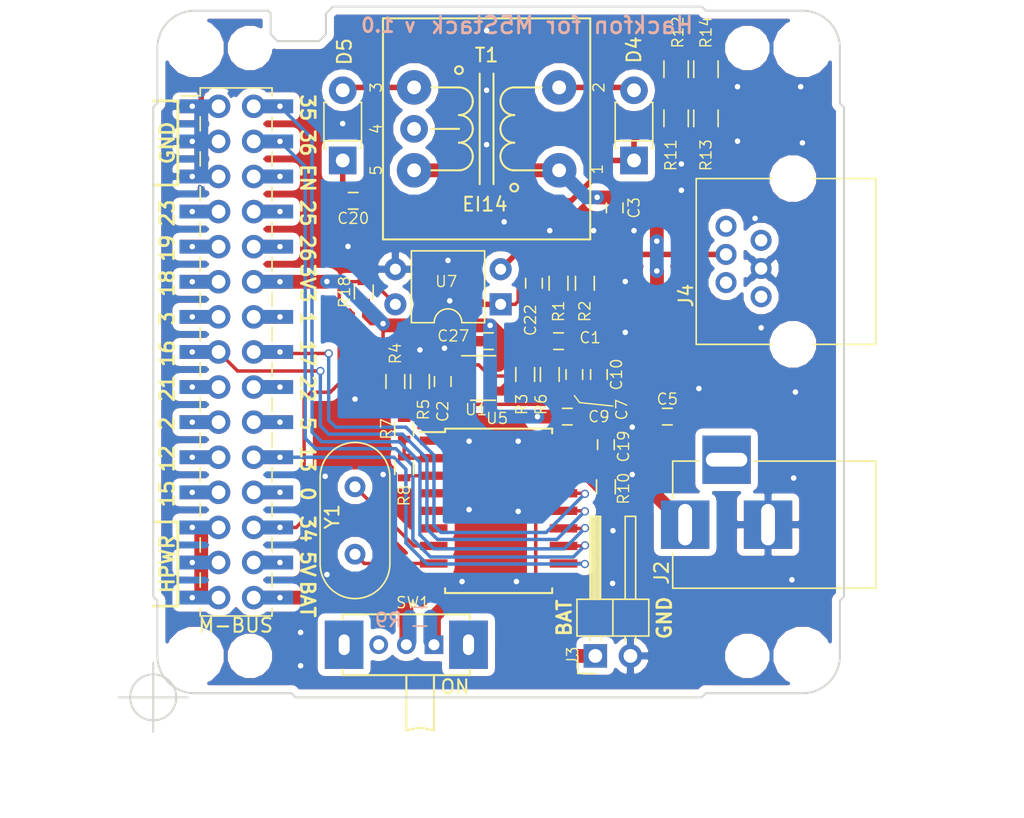
<source format=kicad_pcb>
(kicad_pcb (version 20171130) (host pcbnew "(5.0.2)-1")
  (title_block (title "USB Host Shield for M5Stack") (date 2018-09-06) (rev v1.2))
  (layers (0 F.Cu signal) (31 B.Cu signal) (34 B.Paste user) (35 F.Paste user) (36 B.SilkS user) (37 F.SilkS user) (38 B.Mask user) (39 F.Mask user) (44 Edge.Cuts user))
  (net 0 "")
  (net 1 GND)
  (net 2 "Net-(C7-Pad1)")
  (net 3 "Net-(J1-Pad8)")
  (net 4 "Net-(J1-Pad10)")
  (net 5 "Net-(J1-Pad13)")
  (net 6 "Net-(J1-Pad14)")
  (net 7 "Net-(J1-Pad17)")
  (net 8 "Net-(J1-Pad18)")
  (net 9 "Net-(J1-Pad19)")
  (net 10 "Net-(J1-Pad21)")
  (net 11 "Net-(J1-Pad23)")
  (net 12 "Net-(J1-Pad24)")
  (net 13 "Net-(J1-Pad25)")
  (net 14 "Net-(J1-Pad30)")
  (net 15 "Net-(J3-Pad1)")
  (net 16 "Net-(C1-Pad2)")
  (net 17 "Net-(C1-Pad1)")
  (net 18 "Net-(C2-Pad1)")
  (net 19 +15V)
  (net 20 "Net-(C10-Pad1)")
  (net 21 +3V3)
  (net 22 "Net-(C10-Pad2)")
  (net 23 "Net-(C19-Pad2)")
  (net 24 "Net-(C20-Pad1)")
  (net 25 "Net-(C20-Pad2)")
  (net 26 tone_det)
  (net 27 "Net-(D4-Pad2)")
  (net 28 "Net-(D5-Pad2)")
  (net 29 "Net-(J1-Pad11)")
  (net 30 "Net-(J1-Pad9)")
  (net 31 "Net-(J1-Pad7)")
  (net 32 G35)
  (net 33 G36)
  (net 34 "Net-(J1-Pad6)")
  (net 35 G16)
  (net 36 G17)
  (net 37 "Net-(J1-Pad20)")
  (net 38 G13)
  (net 39 fon_det)
  (net 40 "Net-(J1-Pad28)")
  (net 41 "Net-(J4-Pad3)")
  (net 42 "Net-(R7-Pad2)")
  (net 43 "Net-(R8-Pad2)")
  (net 44 "Net-(R10-Pad1)")
  (net 45 "Net-(R11-Pad1)")
  (net 46 "Net-(R13-Pad1)")
  (net 47 "Net-(U5-Pad8)")
  (net 48 "Net-(U5-Pad7)")
  (net 49 "Net-(U5-Pad1)")
  (module footprint:Crystal_HC49-U_Vertical (layer F.Cu) (at 118.605 117.76 270)
    (fp_text reference Y1 (at 2.159 1.651 270) (layer F.SilkS))
    (fp_text value 3.579545MHz)
    (pad 2 thru_hole circle (at 4.88 0 270) (size 1.5 1.5) (drill 0.8) (layers *.Cu *.Mask) (net 47 "Net-(U5-Pad8)"))
    (pad 1 thru_hole circle (at 0 0 270) (size 1.5 1.5) (drill 0.8) (layers *.Cu *.Mask) (net 48 "Net-(U5-Pad7)"))
  )
  (module Resistors_SMD:R_0603 (layer F.Cu) (at 122.161 116.363 270)
    (fp_text reference R8 (at 2.032 0 270) (layer F.SilkS) (effects (font (size 0.8 0.8) (thickness 0.1))))
    (fp_text value 100k)
    (pad 1 smd rect (at -0.75 0 270) (size 0.5 0.9) (layers F.Cu F.Paste F.Mask) (net 42 "Net-(R7-Pad2)"))
    (pad 2 smd rect (at 0.75 0 270) (size 0.5 0.9) (layers F.Cu F.Paste F.Mask) (net 43 "Net-(R8-Pad2)"))
  )
  (module TO_SOT_Packages_SMD:SOT-23-5 (layer F.Cu) (at 127.876 109.886)
    (fp_text reference U1 (at -0.508 2.286) (layer F.SilkS) (effects (font (size 0.8 0.8) (thickness 0.1))))
    (fp_text value OPA344)
    (pad 5 smd rect (at 1.1 -0.95) (size 1.06 0.65) (layers F.Cu F.Paste F.Mask) (net 21 +3V3))
    (pad 4 smd rect (at 1.1 0.95) (size 1.06 0.65) (layers F.Cu F.Paste F.Mask) (net 2 "Net-(C7-Pad1)"))
    (pad 3 smd rect (at -1.1 0.95) (size 1.06 0.65) (layers F.Cu F.Paste F.Mask) (net 18 "Net-(C2-Pad1)"))
    (pad 2 smd rect (at -1.1 0) (size 1.06 0.65) (layers F.Cu F.Paste F.Mask) (net 1 GND))
    (pad 1 smd rect (at -1.1 -0.95) (size 1.06 0.65) (layers F.Cu F.Paste F.Mask) (net 20 "Net-(C10-Pad1)"))
  )
  (module Capacitors_SMD:C_0603 (layer F.Cu) (at 124.955 110.14 90)
    (fp_text reference C2 (at -2.159 0 90) (layer F.SilkS) (effects (font (size 0.8 0.8) (thickness 0.1))))
    (fp_text value 1u)
    (pad 2 smd rect (at 0.75 0 90) (size 0.8 0.75) (layers F.Cu F.Paste F.Mask) (net 1 GND))
    (pad 1 smd rect (at -0.75 0 90) (size 0.8 0.75) (layers F.Cu F.Paste F.Mask) (net 18 "Net-(C2-Pad1)"))
  )
  (module Housings_DIP:DIP-4_W7.62mm (layer F.Cu) (at 129.146 104.552 180)
    (fp_text reference U7 (at 3.937 1.651 180) (layer F.SilkS) (effects (font (size 0.8 0.8) (thickness 0.1))))
    (fp_text value TLP621)
    (pad 1 thru_hole rect (at 0 0 180) (size 1.6 1.6) (drill 0.8) (layers *.Cu *.Mask) (net 25 "Net-(C20-Pad2)"))
    (pad 3 thru_hole oval (at 7.62 2.54 180) (size 1.6 1.6) (drill 0.8) (layers *.Cu *.Mask) (net 1 GND))
    (pad 2 thru_hole oval (at 0 2.54 180) (size 1.6 1.6) (drill 0.8) (layers *.Cu *.Mask) (net 41 "Net-(J4-Pad3)"))
    (pad 4 thru_hole oval (at 7.62 0 180) (size 1.6 1.6) (drill 0.8) (layers *.Cu *.Mask) (net 39 fon_det))
  )
  (module footprint:TRANS_EI14 (layer F.Cu) (at 128.13 91.852 90)
    (fp_text reference T1 (at 5.334 0 180) (layer F.SilkS))
    (fp_text value "EI14 (600ohm-600ohm)")
    (fp_text user 1 (at -2.921 8.001 270) (layer F.SilkS) (effects (font (size 0.8 0.8) (thickness 0.1))))
    (fp_text user 2 (at 3 8.128 90) (layer F.SilkS) (effects (font (size 0.8 0.8) (thickness 0.1))))
    (fp_text user 3 (at 3 -8.001 90) (layer F.SilkS) (effects (font (size 0.8 0.8) (thickness 0.1))))
    (fp_text user 4 (at 0 -8.001 90) (layer F.SilkS) (effects (font (size 0.8 0.8) (thickness 0.1))))
    (fp_text user EI14 (at -5.461 -0.127 180) (layer F.SilkS))
    (fp_text user 5 (at -3 -8.001 90) (layer F.SilkS) (effects (font (size 0.8 0.8) (thickness 0.1))))
    (pad 4 thru_hole circle (at 0 -5.25 90) (size 2 2) (drill 1) (layers *.Cu *.Mask))
    (pad 5 thru_hole circle (at -3 -5.25 90) (size 2.49936 2.49936) (drill 1) (layers *.Cu *.Mask) (net 19 +15V))
    (pad 3 thru_hole circle (at 3 -5.25 90) (size 2.49936 2.49936) (drill 1) (layers *.Cu *.Mask) (net 28 "Net-(D5-Pad2)"))
    (pad 2 thru_hole circle (at 3 5.25 90) (size 2.49936 2.49936) (drill 1) (layers *.Cu *.Mask) (net 27 "Net-(D4-Pad2)"))
    (pad 1 thru_hole circle (at -3 5.25 90) (size 2.49936 2.49936) (drill 1) (layers *.Cu *.Mask) (net 19 +15V))
  )
  (module footprint:RJ11_7002-6P6C-X (layer F.Cu) (at 148 104 90)
    (fp_text reference J4 (at 0.083 -5.44 90) (layer F.SilkS))
    (fp_text value RJ11_7002-6P6C-X)
    (pad "" np_thru_hole circle (at -3.45 2.3 90) (size 2.36 2.36) (drill 2.36) (layers *.Cu *.Mask))
    (pad "" np_thru_hole circle (at 8.55 2.3 90) (size 2.36 2.36) (drill 2.36) (layers *.Cu *.Mask))
    (pad 2 thru_hole circle (at 4.08 0 90) (size 1.52 1.52) (drill 0.9) (layers *.Cu *.Mask))
    (pad 4 thru_hole circle (at 2.04 0 90) (size 1.52 1.52) (drill 0.9) (layers *.Cu *.Mask) (net 1 GND))
    (pad 6 thru_hole circle (at 0 0 90) (size 1.52 1.52) (drill 0.9) (layers *.Cu *.Mask))
    (pad 1 thru_hole circle (at 5.1 -2.54 90) (size 1.52 1.52) (drill 0.9) (layers *.Cu *.Mask))
    (pad 5 thru_hole circle (at 1.02 -2.54 90) (size 1.52 1.52) (drill 0.9) (layers *.Cu *.Mask))
    (pad 3 thru_hole circle (at 3.06 -2.54 90) (size 1.52 1.52) (drill 0.9) (layers *.Cu *.Mask) (net 41 "Net-(J4-Pad3)"))
  )
  (module footprint:BARREL_JACK (layer F.Cu) (at 142.5 120.5 180)
    (fp_text reference J2 (at 1.702 -3.483 90) (layer F.SilkS))
    (fp_text value BARREL_JACK)
    (pad 3 thru_hole rect (at -3 4.7 180) (size 3.5 3.5) (drill oval 3 1) (layers *.Cu *.Mask))
    (pad 2 thru_hole rect (at -6 0 180) (size 3.5 3.5) (drill oval 1 3) (layers *.Cu *.Mask) (net 1 GND))
    (pad 1 thru_hole rect (at 0 0 180) (size 3.5 3.5) (drill oval 1 3) (layers *.Cu *.Mask) (net 19 +15V))
  )
  (module footprint:Pin_Header_MBUS_SMD_TH (layer F.Cu) (at 110 108)
    (fp_text reference J1 hide)
    (fp_text value M-BUS)
    (pad 30 thru_hole circle (at 1.27 17.78) (size 1.7 1.7) (drill 1) (layers *.Cu *.Mask) (net 14 "Net-(J1-Pad30)"))
    (pad 29 thru_hole circle (at -1.27 17.78) (size 1.7 1.7) (drill 1) (layers *.Cu *.Mask) (net 13 "Net-(J1-Pad25)"))
    (pad 28 thru_hole circle (at 1.27 15.24) (size 1.7 1.7) (drill 1) (layers *.Cu *.Mask) (net 40 "Net-(J1-Pad28)"))
    (pad 27 thru_hole circle (at -1.27 15.24) (size 1.7 1.7) (drill 1) (layers *.Cu *.Mask) (net 13 "Net-(J1-Pad25)"))
    (pad 26 thru_hole circle (at 1.27 12.7) (size 1.7 1.7) (drill 1) (layers *.Cu *.Mask) (net 39 fon_det))
    (pad 25 thru_hole circle (at -1.27 12.7) (size 1.7 1.7) (drill 1) (layers *.Cu *.Mask) (net 13 "Net-(J1-Pad25)"))
    (pad 24 thru_hole circle (at 1.27 10.16) (size 1.7 1.7) (drill 1) (layers *.Cu *.Mask) (net 12 "Net-(J1-Pad24)"))
    (pad 23 thru_hole circle (at -1.27 10.16) (size 1.7 1.7) (drill 1) (layers *.Cu *.Mask) (net 11 "Net-(J1-Pad23)"))
    (pad 22 thru_hole circle (at 1.27 7.62) (size 1.7 1.7) (drill 1) (layers *.Cu *.Mask) (net 38 G13))
    (pad 21 thru_hole circle (at -1.27 7.62) (size 1.7 1.7) (drill 1) (layers *.Cu *.Mask) (net 10 "Net-(J1-Pad21)"))
    (pad 20 thru_hole circle (at 1.27 5.08) (size 1.7 1.7) (drill 1) (layers *.Cu *.Mask) (net 37 "Net-(J1-Pad20)"))
    (pad 19 thru_hole circle (at -1.27 5.08) (size 1.7 1.7) (drill 1) (layers *.Cu *.Mask) (net 9 "Net-(J1-Pad19)"))
    (pad 18 thru_hole circle (at 1.27 2.54) (size 1.7 1.7) (drill 1) (layers *.Cu *.Mask) (net 8 "Net-(J1-Pad18)"))
    (pad 17 thru_hole circle (at -1.27 2.54) (size 1.7 1.7) (drill 1) (layers *.Cu *.Mask) (net 7 "Net-(J1-Pad17)"))
    (pad 16 thru_hole circle (at 1.27 0) (size 1.7 1.7) (drill 1) (layers *.Cu *.Mask) (net 36 G17))
    (pad 15 thru_hole circle (at -1.27 0) (size 1.7 1.7) (drill 1) (layers *.Cu *.Mask) (net 35 G16))
    (pad 14 thru_hole circle (at 1.27 -2.54) (size 1.7 1.7) (drill 1) (layers *.Cu *.Mask) (net 6 "Net-(J1-Pad14)"))
    (pad 13 thru_hole circle (at -1.27 -2.54) (size 1.7 1.7) (drill 1) (layers *.Cu *.Mask) (net 5 "Net-(J1-Pad13)"))
    (pad 12 thru_hole circle (at 1.27 -5.08) (size 1.7 1.7) (drill 1) (layers *.Cu *.Mask) (net 21 +3V3))
    (pad 11 thru_hole circle (at -1.27 -5.08) (size 1.7 1.7) (drill 1) (layers *.Cu *.Mask) (net 29 "Net-(J1-Pad11)"))
    (pad 10 thru_hole circle (at 1.27 -7.62) (size 1.7 1.7) (drill 1) (layers *.Cu *.Mask) (net 4 "Net-(J1-Pad10)"))
    (pad 9 thru_hole circle (at -1.27 -7.62) (size 1.7 1.7) (drill 1) (layers *.Cu *.Mask) (net 30 "Net-(J1-Pad9)"))
    (pad 8 thru_hole circle (at 1.27 -10.16) (size 1.7 1.7) (drill 1) (layers *.Cu *.Mask) (net 3 "Net-(J1-Pad8)"))
    (pad 7 thru_hole circle (at -1.27 -10.16) (size 1.7 1.7) (drill 1) (layers *.Cu *.Mask) (net 31 "Net-(J1-Pad7)"))
    (pad 6 thru_hole circle (at 1.27 -12.7) (size 1.7 1.7) (drill 1) (layers *.Cu *.Mask) (net 34 "Net-(J1-Pad6)"))
    (pad 5 thru_hole circle (at -1.27 -12.7) (size 1.7 1.7) (drill 1) (layers *.Cu *.Mask) (net 1 GND))
    (pad 4 thru_hole circle (at 1.27 -15.24) (size 1.7 1.7) (drill 1) (layers *.Cu *.Mask) (net 33 G36))
    (pad 3 thru_hole circle (at -1.27 -15.24) (size 1.7 1.7) (drill 1) (layers *.Cu *.Mask) (net 1 GND))
    (pad 2 thru_hole circle (at 1.27 -17.78) (size 1.7 1.7) (drill 1) (layers *.Cu *.Mask) (net 32 G35))
    (pad 1 thru_hole circle (at -1.27 -17.78) (size 1.7 1.7) (drill 1) (layers *.Cu *.Mask) (net 1 GND))
    (pad "" np_thru_hole circle (at 0 -16.51) (size 1 1) (drill 1) (layers *.Cu *.Mask))
    (pad 30 thru_hole circle (at 3.175 17.78) (size 0.8 0.8) (drill 0.4) (layers *.Cu *.Mask) (net 14 "Net-(J1-Pad30)"))
    (pad 28 thru_hole circle (at 3.175 15.24) (size 0.8 0.8) (drill 0.4) (layers *.Cu *.Mask) (net 40 "Net-(J1-Pad28)"))
    (pad 26 thru_hole circle (at 3.175 12.7) (size 0.8 0.8) (drill 0.4) (layers *.Cu *.Mask) (net 39 fon_det))
    (pad 24 thru_hole circle (at 3.175 10.16) (size 0.8 0.8) (drill 0.4) (layers *.Cu *.Mask) (net 12 "Net-(J1-Pad24)"))
    (pad 22 thru_hole circle (at 3.175 7.62) (size 0.8 0.8) (drill 0.4) (layers *.Cu *.Mask) (net 38 G13))
    (pad 20 thru_hole circle (at 3.175 5.08) (size 0.8 0.8) (drill 0.4) (layers *.Cu *.Mask) (net 37 "Net-(J1-Pad20)"))
    (pad 18 thru_hole circle (at 3.175 2.54) (size 0.8 0.8) (drill 0.4) (layers *.Cu *.Mask) (net 8 "Net-(J1-Pad18)"))
    (pad 16 thru_hole circle (at 3.175 0) (size 0.8 0.8) (drill 0.4) (layers *.Cu *.Mask) (net 36 G17))
    (pad 14 thru_hole circle (at 3.175 -2.54) (size 0.8 0.8) (drill 0.4) (layers *.Cu *.Mask) (net 6 "Net-(J1-Pad14)"))
    (pad 12 thru_hole circle (at 3.175 -5.08) (size 0.8 0.8) (drill 0.4) (layers *.Cu *.Mask) (net 21 +3V3))
    (pad 10 thru_hole circle (at 3.175 -7.62) (size 0.8 0.8) (drill 0.4) (layers *.Cu *.Mask) (net 4 "Net-(J1-Pad10)"))
    (pad 8 thru_hole circle (at 3.175 -10.16) (size 0.8 0.8) (drill 0.4) (layers *.Cu *.Mask) (net 3 "Net-(J1-Pad8)"))
    (pad 6 thru_hole circle (at 3.175 -12.7) (size 0.8 0.8) (drill 0.4) (layers *.Cu *.Mask) (net 34 "Net-(J1-Pad6)"))
    (pad 4 thru_hole circle (at 3.175 -15.24) (size 0.8 0.8) (drill 0.4) (layers *.Cu *.Mask) (net 33 G36))
    (pad 2 thru_hole circle (at 3.175 -17.78) (size 0.8 0.8) (drill 0.4) (layers *.Cu *.Mask) (net 32 G35))
    (pad 29 thru_hole circle (at -3.175 17.78) (size 0.8 0.8) (drill 0.4) (layers *.Cu *.Mask) (net 13 "Net-(J1-Pad25)"))
    (pad 27 thru_hole circle (at -3.175 15.24) (size 0.8 0.8) (drill 0.4) (layers *.Cu *.Mask) (net 13 "Net-(J1-Pad25)"))
    (pad 25 thru_hole circle (at -3.175 12.7) (size 0.8 0.8) (drill 0.4) (layers *.Cu *.Mask) (net 13 "Net-(J1-Pad25)"))
    (pad 23 thru_hole circle (at -3.175 10.16) (size 0.8 0.8) (drill 0.4) (layers *.Cu *.Mask) (net 11 "Net-(J1-Pad23)"))
    (pad 21 thru_hole circle (at -3.175 7.62) (size 0.8 0.8) (drill 0.4) (layers *.Cu *.Mask) (net 10 "Net-(J1-Pad21)"))
    (pad 19 thru_hole circle (at -3.175 5.08) (size 0.8 0.8) (drill 0.4) (layers *.Cu *.Mask) (net 9 "Net-(J1-Pad19)"))
    (pad 17 thru_hole circle (at -3.175 2.54) (size 0.8 0.8) (drill 0.4) (layers *.Cu *.Mask) (net 7 "Net-(J1-Pad17)"))
    (pad 15 thru_hole circle (at -3.175 0) (size 0.8 0.8) (drill 0.4) (layers *.Cu *.Mask) (net 35 G16))
    (pad 13 thru_hole circle (at -3.175 -2.54) (size 0.8 0.8) (drill 0.4) (layers *.Cu *.Mask) (net 5 "Net-(J1-Pad13)"))
    (pad 11 thru_hole circle (at -3.175 -5.08) (size 0.8 0.8) (drill 0.4) (layers *.Cu *.Mask) (net 29 "Net-(J1-Pad11)"))
    (pad 9 thru_hole circle (at -3.175 -7.62) (size 0.8 0.8) (drill 0.4) (layers *.Cu *.Mask) (net 30 "Net-(J1-Pad9)"))
    (pad 7 thru_hole circle (at -3.175 -10.16) (size 0.8 0.8) (drill 0.4) (layers *.Cu *.Mask) (net 31 "Net-(J1-Pad7)"))
    (pad 5 thru_hole circle (at -3.175 -12.7) (size 0.8 0.8) (drill 0.4) (layers *.Cu *.Mask) (net 1 GND))
    (pad 3 thru_hole circle (at -3.175 -15.24) (size 0.8 0.8) (drill 0.4) (layers *.Cu *.Mask) (net 1 GND))
    (pad 30 smd rect (at 2.555 17.78) (size 3.15 1) (layers B.Cu B.Paste B.Mask) (net 14 "Net-(J1-Pad30)"))
    (pad 29 smd rect (at -2.525 17.78) (size 3.15 1) (layers B.Cu B.Paste B.Mask) (net 13 "Net-(J1-Pad25)"))
    (pad 28 smd rect (at 2.555 15.24) (size 3.15 1) (layers B.Cu B.Paste B.Mask) (net 40 "Net-(J1-Pad28)"))
    (pad 27 smd rect (at -2.525 15.24) (size 3.15 1) (layers B.Cu B.Paste B.Mask) (net 13 "Net-(J1-Pad25)"))
    (pad 26 smd rect (at 2.555 12.7) (size 3.15 1) (layers B.Cu B.Paste B.Mask) (net 39 fon_det))
    (pad 25 smd rect (at -2.525 12.7) (size 3.15 1) (layers B.Cu B.Paste B.Mask) (net 13 "Net-(J1-Pad25)"))
    (pad 24 smd rect (at 2.555 10.16) (size 3.15 1) (layers B.Cu B.Paste B.Mask) (net 12 "Net-(J1-Pad24)"))
    (pad 23 smd rect (at -2.525 10.16) (size 3.15 1) (layers B.Cu B.Paste B.Mask) (net 11 "Net-(J1-Pad23)"))
    (pad 22 smd rect (at 2.555 7.62) (size 3.15 1) (layers B.Cu B.Paste B.Mask) (net 38 G13))
    (pad 21 smd rect (at -2.525 7.62) (size 3.15 1) (layers B.Cu B.Paste B.Mask) (net 10 "Net-(J1-Pad21)"))
    (pad 20 smd rect (at 2.555 5.08) (size 3.15 1) (layers B.Cu B.Paste B.Mask) (net 37 "Net-(J1-Pad20)"))
    (pad 19 smd rect (at -2.525 5.08) (size 3.15 1) (layers B.Cu B.Paste B.Mask) (net 9 "Net-(J1-Pad19)"))
    (pad 18 smd rect (at 2.555 2.54) (size 3.15 1) (layers B.Cu B.Paste B.Mask) (net 8 "Net-(J1-Pad18)"))
    (pad 17 smd rect (at -2.525 2.54) (size 3.15 1) (layers B.Cu B.Paste B.Mask) (net 7 "Net-(J1-Pad17)"))
    (pad 16 smd rect (at 2.555 0) (size 3.15 1) (layers B.Cu B.Paste B.Mask) (net 36 G17))
    (pad 15 smd rect (at -2.525 0) (size 3.15 1) (layers B.Cu B.Paste B.Mask) (net 35 G16))
    (pad 14 smd rect (at 2.555 -2.54) (size 3.15 1) (layers B.Cu B.Paste B.Mask) (net 6 "Net-(J1-Pad14)"))
    (pad 13 smd rect (at -2.525 -2.54) (size 3.15 1) (layers B.Cu B.Paste B.Mask) (net 5 "Net-(J1-Pad13)"))
    (pad 12 smd rect (at 2.555 -5.08) (size 3.15 1) (layers B.Cu B.Paste B.Mask) (net 21 +3V3))
    (pad 11 smd rect (at -2.525 -5.08) (size 3.15 1) (layers B.Cu B.Paste B.Mask) (net 29 "Net-(J1-Pad11)"))
    (pad 10 smd rect (at 2.555 -7.62) (size 3.15 1) (layers B.Cu B.Paste B.Mask) (net 4 "Net-(J1-Pad10)"))
    (pad 9 smd rect (at -2.525 -7.62) (size 3.15 1) (layers B.Cu B.Paste B.Mask) (net 30 "Net-(J1-Pad9)"))
    (pad 8 smd rect (at 2.555 -10.16) (size 3.15 1) (layers B.Cu B.Paste B.Mask) (net 3 "Net-(J1-Pad8)"))
    (pad 7 smd rect (at -2.525 -10.16) (size 3.15 1) (layers B.Cu B.Paste B.Mask) (net 31 "Net-(J1-Pad7)"))
    (pad 6 smd rect (at 2.555 -12.7) (size 3.15 1) (layers B.Cu B.Paste B.Mask) (net 34 "Net-(J1-Pad6)"))
    (pad 5 smd rect (at -2.525 -12.7) (size 3.15 1) (layers B.Cu B.Paste B.Mask) (net 1 GND))
    (pad 4 smd rect (at 2.555 -15.24) (size 3.15 1) (layers B.Cu B.Paste B.Mask) (net 33 G36))
    (pad 3 smd rect (at -2.525 -15.24) (size 3.15 1) (layers B.Cu B.Paste B.Mask) (net 1 GND))
    (pad 2 smd rect (at 2.555 -17.78) (size 3.15 1) (layers B.Cu B.Paste B.Mask) (net 32 G35))
    (pad 30 smd rect (at 2.525 17.78) (size 3.15 1) (layers F.Cu F.Paste F.Mask) (net 14 "Net-(J1-Pad30)"))
    (pad 29 smd rect (at -2.525 17.78) (size 3.15 1) (layers F.Cu F.Paste F.Mask) (net 13 "Net-(J1-Pad25)"))
    (pad 28 smd rect (at 2.525 15.24) (size 3.15 1) (layers F.Cu F.Paste F.Mask) (net 40 "Net-(J1-Pad28)"))
    (pad 27 smd rect (at -2.525 15.24) (size 3.15 1) (layers F.Cu F.Paste F.Mask) (net 13 "Net-(J1-Pad25)"))
    (pad 26 smd rect (at 2.525 12.7) (size 3.15 1) (layers F.Cu F.Paste F.Mask) (net 39 fon_det))
    (pad 25 smd rect (at -2.525 12.7) (size 3.15 1) (layers F.Cu F.Paste F.Mask) (net 13 "Net-(J1-Pad25)"))
    (pad 24 smd rect (at 2.525 10.16) (size 3.15 1) (layers F.Cu F.Paste F.Mask) (net 12 "Net-(J1-Pad24)"))
    (pad 23 smd rect (at -2.525 10.16) (size 3.15 1) (layers F.Cu F.Paste F.Mask) (net 11 "Net-(J1-Pad23)"))
    (pad 22 smd rect (at 2.525 7.62) (size 3.15 1) (layers F.Cu F.Paste F.Mask) (net 38 G13))
    (pad 21 smd rect (at -2.525 7.62) (size 3.15 1) (layers F.Cu F.Paste F.Mask) (net 10 "Net-(J1-Pad21)"))
    (pad 20 smd rect (at 2.525 5.08) (size 3.15 1) (layers F.Cu F.Paste F.Mask) (net 37 "Net-(J1-Pad20)"))
    (pad 19 smd rect (at -2.525 5.08) (size 3.15 1) (layers F.Cu F.Paste F.Mask) (net 9 "Net-(J1-Pad19)"))
    (pad 18 smd rect (at 2.525 2.54) (size 3.15 1) (layers F.Cu F.Paste F.Mask) (net 8 "Net-(J1-Pad18)"))
    (pad 17 smd rect (at -2.525 2.54) (size 3.15 1) (layers F.Cu F.Paste F.Mask) (net 7 "Net-(J1-Pad17)"))
    (pad 16 smd rect (at 2.525 0) (size 3.15 1) (layers F.Cu F.Paste F.Mask) (net 36 G17))
    (pad 15 smd rect (at -2.525 0) (size 3.15 1) (layers F.Cu F.Paste F.Mask) (net 35 G16))
    (pad 14 smd rect (at 2.525 -2.54) (size 3.15 1) (layers F.Cu F.Paste F.Mask) (net 6 "Net-(J1-Pad14)"))
    (pad 13 smd rect (at -2.525 -2.54) (size 3.15 1) (layers F.Cu F.Paste F.Mask) (net 5 "Net-(J1-Pad13)"))
    (pad 12 smd rect (at 2.525 -5.08) (size 3.15 1) (layers F.Cu F.Paste F.Mask) (net 21 +3V3))
    (pad 10 smd rect (at 2.525 -7.62) (size 3.15 1) (layers F.Cu F.Paste F.Mask) (net 4 "Net-(J1-Pad10)"))
    (pad 8 smd rect (at 2.525 -10.16) (size 3.15 1) (layers F.Cu F.Paste F.Mask) (net 3 "Net-(J1-Pad8)"))
    (pad 6 smd rect (at 2.525 -12.7) (size 3.15 1) (layers F.Cu F.Paste F.Mask) (net 34 "Net-(J1-Pad6)"))
    (pad 4 smd rect (at 2.525 -15.24) (size 3.15 1) (layers F.Cu F.Paste F.Mask) (net 33 G36))
    (pad 2 smd rect (at 2.525 -17.78) (size 3.15 1) (layers F.Cu F.Paste F.Mask) (net 32 G35))
    (pad 1 thru_hole circle (at -3.175 -17.78) (size 0.8 0.8) (drill 0.4) (layers *.Cu *.Mask) (net 1 GND))
    (pad 3 smd rect (at -2.525 -15.24) (size 3.15 1) (layers F.Cu F.Paste F.Mask) (net 1 GND))
    (pad 5 smd rect (at -2.525 -12.7) (size 3.15 1) (layers F.Cu F.Paste F.Mask) (net 1 GND))
    (pad 7 smd rect (at -2.525 -10.16) (size 3.15 1) (layers F.Cu F.Paste F.Mask) (net 31 "Net-(J1-Pad7)"))
    (pad 9 smd rect (at -2.525 -7.62) (size 3.15 1) (layers F.Cu F.Paste F.Mask) (net 30 "Net-(J1-Pad9)"))
    (pad 11 smd rect (at -2.525 -5.08) (size 3.15 1) (layers F.Cu F.Paste F.Mask) (net 29 "Net-(J1-Pad11)"))
    (pad 1 smd rect (at -2.525 -17.78) (size 3.15 1) (layers F.Cu F.Paste F.Mask) (net 1 GND))
    (pad 1 smd rect (at -2.525 -17.78) (size 3.15 1) (layers B.Cu B.Paste B.Mask) (net 1 GND))
    (pad "" np_thru_hole circle (at 0 -13.97) (size 0.8 0.8) (drill 0.8) (layers *.Cu *.Mask))
    (pad "" np_thru_hole circle (at 0 16.51) (size 1 1) (drill 1) (layers *.Cu *.Mask))
    (pad "" np_thru_hole circle (at 0 13.97) (size 0.8 0.8) (drill 0.8) (layers *.Cu *.Mask))
  )
  (module footprint:slide_switch_angled (layer F.Cu) (at 124.32 129.19 270)
    (fp_text reference SW1 (at -3.048 1.524) (layer F.SilkS) (effects (font (size 0.8 0.8) (thickness 0.1))))
    (fp_text value SK-12D01-VG4)
    (pad GND thru_hole rect (at 0 -2.5) (size 2.8 3.5) (drill oval 0.8 1.5) (layers *.Cu *.Mask))
    (pad 3 thru_hole oval (at 0 4 270) (size 1.35 1.35) (drill 0.8) (layers *.Cu *.Mask))
    (pad 2 thru_hole oval (at 0 2 270) (size 1.35 1.35) (drill 0.8) (layers *.Cu *.Mask) (net 14 "Net-(J1-Pad30)"))
    (pad 1 thru_hole rect (at 0 0 270) (size 1.35 1.35) (drill 0.8) (layers *.Cu *.Mask) (net 15 "Net-(J3-Pad1)"))
    (pad GND thru_hole rect (at 0 6.5) (size 2.8 3.5) (drill oval 0.8 1.5) (layers *.Cu *.Mask))
  )
  (module Resistors_SMD:R_0603 (layer F.Cu) (at 121.526 110.14 270)
    (fp_text reference R4 (at -2.032 0 270) (layer F.SilkS) (effects (font (size 0.8 0.8) (thickness 0.1))))
    (fp_text value 10k)
    (pad 1 smd rect (at -0.75 0 270) (size 0.5 0.9) (layers F.Cu F.Paste F.Mask) (net 21 +3V3))
    (pad 2 smd rect (at 0.75 0 270) (size 0.5 0.9) (layers F.Cu F.Paste F.Mask) (net 18 "Net-(C2-Pad1)"))
  )
  (module Mounting_Holes:MountingHole_3.2mm_M3 (layer F.Cu) (at 151 86)
    (fp_text reference MK3 hide)
    (fp_text value Mounting_Hole)
    (pad 1 np_thru_hole circle (at 0 0) (size 3.2 3.2) (drill 3.2) (layers *.Cu *.Mask))
  )
  (module Mounting_Holes:MountingHole_3.2mm_M3 (layer F.Cu) (at 107 130)
    (fp_text reference MK1 hide)
    (fp_text value Mounting_Hole)
    (pad 1 np_thru_hole circle (at 0 0) (size 3.2 3.2) (drill 3.2) (layers *.Cu *.Mask))
  )
  (module Capacitors_SMD:C_0603 (layer F.Cu) (at 133.337 107.219 180)
    (fp_text reference C1 (at -2.286 0.254 180) (layer F.SilkS) (effects (font (size 0.8 0.8) (thickness 0.1))))
    (fp_text value 4.7u)
    (pad 2 smd rect (at 0.75 0 180) (size 0.8 0.75) (layers F.Cu F.Paste F.Mask) (net 16 "Net-(C1-Pad2)"))
    (pad 1 smd rect (at -0.75 0 180) (size 0.8 0.75) (layers F.Cu F.Paste F.Mask) (net 17 "Net-(C1-Pad1)"))
  )
  (module Capacitors_SMD:C_0603 (layer F.Cu) (at 134.48 109.632 90)
    (fp_text reference C7 (at -2.54 3.429 90) (layer F.SilkS) (effects (font (size 0.8 0.8) (thickness 0.1))))
    (fp_text value 12p)
    (pad 1 smd rect (at -0.75 0 90) (size 0.8 0.75) (layers F.Cu F.Paste F.Mask) (net 2 "Net-(C7-Pad1)"))
    (pad 2 smd rect (at 0.75 0 90) (size 0.8 0.75) (layers F.Cu F.Paste F.Mask) (net 20 "Net-(C10-Pad1)"))
  )
  (module Mounting_Holes:MountingHole_3.2mm_M3 (layer F.Cu) (at 107 86)
    (fp_text reference MK2 hide)
    (fp_text value Mounting_Hole)
    (pad 1 np_thru_hole circle (at 0 0) (size 3.2 3.2) (drill 3.2) (layers *.Cu *.Mask))
  )
  (module Mounting_Holes:MountingHole_3.2mm_M3 (layer F.Cu) (at 151 130)
    (fp_text reference MK4 hide)
    (fp_text value Mounting_Hole)
    (pad 1 np_thru_hole circle (at 0 0) (size 3.2 3.2) (drill 3.2) (layers *.Cu *.Mask))
  )
  (module Mounting_Holes:MountingHole_2.2mm_M2 (layer F.Cu) (at 111 130)
    (fp_text reference MK5 hide)
    (fp_text value Mounting_Hole)
    (pad 1 np_thru_hole circle (at 0 0) (size 2.2 2.2) (drill 2.2) (layers *.Cu *.Mask))
  )
  (module Mounting_Holes:MountingHole_2.2mm_M2 (layer F.Cu) (at 111 86)
    (fp_text reference MK6 hide)
    (fp_text value Mounting_Hole)
    (pad 1 np_thru_hole circle (at 0 0) (size 2.2 2.2) (drill 2.2) (layers *.Cu *.Mask))
  )
  (module Mounting_Holes:MountingHole_2.2mm_M2 (layer F.Cu) (at 147 86)
    (fp_text reference MK7 hide)
    (fp_text value Mounting_Hole)
    (pad 1 np_thru_hole circle (at 0 0) (size 2.2 2.2) (drill 2.2) (layers *.Cu *.Mask))
  )
  (module Mounting_Holes:MountingHole_2.2mm_M2 (layer F.Cu) (at 147 130)
    (fp_text reference MK8 hide)
    (fp_text value Mounting_Hole)
    (pad 1 np_thru_hole circle (at 0 0) (size 2.2 2.2) (drill 2.2) (layers *.Cu *.Mask))
  )
  (module Resistors_SMD:R_0603 (layer F.Cu) (at 133.337 103.028 270)
    (fp_text reference R1 (at 2.032 0 270) (layer F.SilkS) (effects (font (size 0.8 0.8) (thickness 0.1))))
    (fp_text value 10k)
    (pad 1 smd rect (at -0.75 0 270) (size 0.5 0.9) (layers F.Cu F.Paste F.Mask) (net 26 tone_det))
    (pad 2 smd rect (at 0.75 0 270) (size 0.5 0.9) (layers F.Cu F.Paste F.Mask) (net 17 "Net-(C1-Pad1)"))
  )
  (module Resistors_SMD:R_0603 (layer F.Cu) (at 135.242 103.028 90)
    (fp_text reference R2 (at -2.032 0 90) (layer F.SilkS) (effects (font (size 0.8 0.8) (thickness 0.1))))
    (fp_text value 2.2k)
    (pad 1 smd rect (at -0.75 0 90) (size 0.5 0.9) (layers F.Cu F.Paste F.Mask) (net 21 +3V3))
    (pad 2 smd rect (at 0.75 0 90) (size 0.5 0.9) (layers F.Cu F.Paste F.Mask) (net 17 "Net-(C1-Pad1)"))
  )
  (module Resistors_SMD:R_0603 (layer F.Cu) (at 130.924 109.632 270)
    (fp_text reference R3 (at 2.159 0.254 270) (layer F.SilkS) (effects (font (size 0.8 0.8) (thickness 0.1))))
    (fp_text value 10k)
    (pad 1 smd rect (at -0.75 0 270) (size 0.5 0.9) (layers F.Cu F.Paste F.Mask) (net 16 "Net-(C1-Pad2)"))
    (pad 2 smd rect (at 0.75 0 270) (size 0.5 0.9) (layers F.Cu F.Paste F.Mask) (net 2 "Net-(C7-Pad1)"))
  )
  (module Pin_Headers:Pin_Header_Angled_1x02_Pitch2.54mm (layer F.Cu) (at 136 130 90)
    (fp_text reference J3 (at 0 -1.651 270) (layer F.SilkS) (effects (font (size 0.8 0.8) (thickness 0.1))))
    (fp_text value Battery)
    (pad 1 thru_hole rect (at 0 0 90) (size 1.7 1.7) (drill 1) (layers *.Cu *.Mask) (net 15 "Net-(J3-Pad1)"))
    (pad 2 thru_hole oval (at 0 2.54 90) (size 1.7 1.7) (drill 1) (layers *.Cu *.Mask) (net 1 GND))
  )
  (module Capacitors_SMD:C_0603 (layer F.Cu) (at 133.972 112.68)
    (fp_text reference C9 (at 2.286 0) (layer F.SilkS) (effects (font (size 0.8 0.8) (thickness 0.1))))
    (fp_text value 0.1u)
    (pad 2 smd rect (at 0.75 0) (size 0.8 0.75) (layers F.Cu F.Paste F.Mask) (net 1 GND))
    (pad 1 smd rect (at -0.75 0) (size 0.8 0.75) (layers F.Cu F.Paste F.Mask) (net 21 +3V3))
  )
  (module Capacitors_SMD:C_0603 (layer F.Cu) (at 136.258 109.632 270)
    (fp_text reference C10 (at 0 -1.27 270) (layer F.SilkS) (effects (font (size 0.8 0.8) (thickness 0.1))))
    (fp_text value 0.1u)
    (pad 2 smd rect (at 0.75 0 270) (size 0.8 0.75) (layers F.Cu F.Paste F.Mask) (net 22 "Net-(C10-Pad2)"))
    (pad 1 smd rect (at -0.75 0 270) (size 0.8 0.75) (layers F.Cu F.Paste F.Mask) (net 20 "Net-(C10-Pad1)"))
  )
  (module Capacitors_SMD:C_0603 (layer F.Cu) (at 136.766 114.712 270)
    (fp_text reference C19 (at 0.127 -1.27 270) (layer F.SilkS) (effects (font (size 0.8 0.8) (thickness 0.1))))
    (fp_text value 0.1u)
    (pad 1 smd rect (at -0.75 0 270) (size 0.8 0.75) (layers F.Cu F.Paste F.Mask) (net 21 +3V3))
    (pad 2 smd rect (at 0.75 0 270) (size 0.8 0.75) (layers F.Cu F.Paste F.Mask) (net 23 "Net-(C19-Pad2)"))
  )
  (module Capacitors_SMD:C_0603 (layer F.Cu) (at 128.257 107.219 180)
    (fp_text reference C27 (at 2.54 0.381 180) (layer F.SilkS) (effects (font (size 0.8 0.8) (thickness 0.1))))
    (fp_text value 0.1u)
    (pad 1 smd rect (at -0.75 0 180) (size 0.8 0.75) (layers F.Cu F.Paste F.Mask) (net 21 +3V3))
    (pad 2 smd rect (at 0.75 0 180) (size 0.8 0.75) (layers F.Cu F.Paste F.Mask) (net 1 GND))
  )
  (module Diodes_THT:D_T-1_P5.08mm_Horizontal (layer F.Cu) (at 138.798 94.138 90)
    (fp_text reference D4 (at 8.001 0 90) (layer F.SilkS))
    (fp_text value E-153)
    (pad 1 thru_hole rect (at 0 0 90) (size 2 2) (drill 1) (layers *.Cu *.Mask) (net 24 "Net-(C20-Pad1)"))
    (pad 2 thru_hole oval (at 5.08 0 90) (size 2 2) (drill 1) (layers *.Cu *.Mask) (net 27 "Net-(D4-Pad2)"))
  )
  (module Diodes_THT:D_T-1_P5.08mm_Horizontal (layer F.Cu) (at 117.716 94.138 90)
    (fp_text reference D5 (at 7.874 0.127 90) (layer F.SilkS))
    (fp_text value E-153)
    (pad 2 thru_hole oval (at 5.08 0 90) (size 2 2) (drill 1) (layers *.Cu *.Mask) (net 28 "Net-(D5-Pad2)"))
    (pad 1 thru_hole rect (at 0 0 90) (size 2 2) (drill 1) (layers *.Cu *.Mask) (net 25 "Net-(C20-Pad2)"))
  )
  (module Resistors_SMD:R_0603 (layer F.Cu) (at 123.304 110.14 90)
    (fp_text reference R5 (at -2.032 0.254 90) (layer F.SilkS) (effects (font (size 0.8 0.8) (thickness 0.1))))
    (fp_text value 10k)
    (pad 2 smd rect (at 0.75 0 90) (size 0.5 0.9) (layers F.Cu F.Paste F.Mask) (net 1 GND))
    (pad 1 smd rect (at -0.75 0 90) (size 0.5 0.9) (layers F.Cu F.Paste F.Mask) (net 18 "Net-(C2-Pad1)"))
  )
  (module Resistors_SMD:R_0603 (layer F.Cu) (at 132.702 109.632 90)
    (fp_text reference R6 (at -2.159 -0.635 90) (layer F.SilkS) (effects (font (size 0.8 0.8) (thickness 0.1))))
    (fp_text value 330k)
    (pad 1 smd rect (at -0.75 0 90) (size 0.5 0.9) (layers F.Cu F.Paste F.Mask) (net 2 "Net-(C7-Pad1)"))
    (pad 2 smd rect (at 0.75 0 90) (size 0.5 0.9) (layers F.Cu F.Paste F.Mask) (net 20 "Net-(C10-Pad1)"))
  )
  (module Resistors_SMD:R_0603 (layer F.Cu) (at 122.161 113.569 270)
    (fp_text reference R7 (at 0 1.27 270) (layer F.SilkS) (effects (font (size 0.8 0.8) (thickness 0.1))))
    (fp_text value 100k)
    (pad 2 smd rect (at 0.75 0 270) (size 0.5 0.9) (layers F.Cu F.Paste F.Mask) (net 42 "Net-(R7-Pad2)"))
    (pad 1 smd rect (at -0.75 0 270) (size 0.5 0.9) (layers F.Cu F.Paste F.Mask) (net 22 "Net-(C10-Pad2)"))
  )
  (module Resistors_SMD:R_0603 (layer B.Cu) (at 123.304 127.158)
    (fp_text reference R9 (at -2.286 0.254) (layer B.SilkS) (effects (justify mirror)))
    (fp_text value 0)
    (pad 1 smd rect (at -0.75 0) (size 0.5 0.9) (layers B.Cu B.Paste B.Mask) (net 14 "Net-(J1-Pad30)"))
    (pad 2 smd rect (at 0.75 0) (size 0.5 0.9) (layers B.Cu B.Paste B.Mask) (net 15 "Net-(J3-Pad1)"))
  )
  (module Resistors_SMD:R_0603 (layer F.Cu) (at 136.766 117.76 90)
    (fp_text reference R10 (at -0.127 1.27 90) (layer F.SilkS) (effects (font (size 0.8 0.8) (thickness 0.1))))
    (fp_text value 300k)
    (pad 2 smd rect (at 0.75 0 90) (size 0.5 0.9) (layers F.Cu F.Paste F.Mask) (net 23 "Net-(C19-Pad2)"))
    (pad 1 smd rect (at -0.75 0 90) (size 0.5 0.9) (layers F.Cu F.Paste F.Mask) (net 44 "Net-(R10-Pad1)"))
  )
  (module Resistors_SMD:R_0603 (layer F.Cu) (at 119.24 103.663 270)
    (fp_text reference R18 (at 0 1.397 270) (layer F.SilkS) (effects (font (size 0.8 0.8) (thickness 0.1))))
    (fp_text value 10k)
    (pad 2 smd rect (at 0.75 0 270) (size 0.5 0.9) (layers F.Cu F.Paste F.Mask) (net 21 +3V3))
    (pad 1 smd rect (at -0.75 0 270) (size 0.5 0.9) (layers F.Cu F.Paste F.Mask) (net 39 fon_det))
  )
  (module Housings_SOIC:SOIC-18W_7.5x11.6mm_Pitch1.27mm (layer F.Cu) (at 129 119.5)
    (fp_text reference U5 (at -0.108 -6.693) (layer F.SilkS) (effects (font (size 0.8 0.8) (thickness 0.1))))
    (fp_text value MT8870DS1)
    (pad 18 smd rect (at 4.7 -5.08) (size 2 0.6) (layers F.Cu F.Paste F.Mask) (net 21 +3V3))
    (pad 17 smd rect (at 4.7 -3.81) (size 2 0.6) (layers F.Cu F.Paste F.Mask) (net 23 "Net-(C19-Pad2)"))
    (pad 16 smd rect (at 4.7 -2.54) (size 2 0.6) (layers F.Cu F.Paste F.Mask) (net 44 "Net-(R10-Pad1)"))
    (pad 15 smd rect (at 4.7 -1.27) (size 2 0.6) (layers F.Cu F.Paste F.Mask) (net 36 G17))
    (pad 14 smd rect (at 4.7 0) (size 2 0.6) (layers F.Cu F.Paste F.Mask) (net 35 G16))
    (pad 13 smd rect (at 4.7 1.27) (size 2 0.6) (layers F.Cu F.Paste F.Mask) (net 32 G35))
    (pad 12 smd rect (at 4.7 2.54) (size 2 0.6) (layers F.Cu F.Paste F.Mask) (net 33 G36))
    (pad 11 smd rect (at 4.7 3.81) (size 2 0.6) (layers F.Cu F.Paste F.Mask) (net 38 G13))
    (pad 10 smd rect (at 4.7 5.08) (size 2 0.6) (layers F.Cu F.Paste F.Mask) (net 21 +3V3))
    (pad 9 smd rect (at -4.7 5.08) (size 2 0.6) (layers F.Cu F.Paste F.Mask) (net 1 GND))
    (pad 8 smd rect (at -4.7 3.81) (size 2 0.6) (layers F.Cu F.Paste F.Mask) (net 47 "Net-(U5-Pad8)"))
    (pad 7 smd rect (at -4.7 2.54) (size 2 0.6) (layers F.Cu F.Paste F.Mask) (net 48 "Net-(U5-Pad7)"))
    (pad 6 smd rect (at -4.7 1.27) (size 2 0.6) (layers F.Cu F.Paste F.Mask))
    (pad 5 smd rect (at -4.7 0) (size 2 0.6) (layers F.Cu F.Paste F.Mask))
    (pad 4 smd rect (at -4.7 -1.27) (size 2 0.6) (layers F.Cu F.Paste F.Mask) (net 49 "Net-(U5-Pad1)"))
    (pad 3 smd rect (at -4.7 -2.54) (size 2 0.6) (layers F.Cu F.Paste F.Mask) (net 43 "Net-(R8-Pad2)"))
    (pad 2 smd rect (at -4.7 -3.81) (size 2 0.6) (layers F.Cu F.Paste F.Mask) (net 42 "Net-(R7-Pad2)"))
    (pad 1 smd rect (at -4.7 -5.08) (size 2 0.6) (layers F.Cu F.Paste F.Mask) (net 49 "Net-(U5-Pad1)"))
  )
  (module Capacitors_SMD:C_0603 (layer F.Cu) (at 137.401 97.567 270)
    (fp_text reference C3 (at 0 -1.397 270) (layer F.SilkS) (effects (font (size 0.8 0.8) (thickness 0.1))))
    (fp_text value "50V 10uF")
    (pad 1 smd rect (at -0.75 0 270) (size 0.8 0.75) (layers F.Cu F.Paste F.Mask) (net 19 +15V))
    (pad 2 smd rect (at 0.75 0 270) (size 0.8 0.75) (layers F.Cu F.Paste F.Mask) (net 1 GND))
  )
  (module Capacitors_SMD:C_0603 (layer F.Cu) (at 141.211 112.68)
    (fp_text reference C5 (at 0 -1.27) (layer F.SilkS) (effects (font (size 0.8 0.8) (thickness 0.1))))
    (fp_text value "50v 10uF")
    (pad 2 smd rect (at 0.75 0) (size 0.8 0.75) (layers F.Cu F.Paste F.Mask) (net 1 GND))
    (pad 1 smd rect (at -0.75 0) (size 0.8 0.75) (layers F.Cu F.Paste F.Mask) (net 19 +15V))
  )
  (module Capacitors_SMD:C_0603 (layer F.Cu) (at 118.478 97.059 180)
    (fp_text reference C20 (at 0 -1.27 180) (layer F.SilkS) (effects (font (size 0.8 0.8) (thickness 0.1))))
    (fp_text value "50V 1uF")
    (pad 1 smd rect (at -0.75 0 180) (size 0.8 0.75) (layers F.Cu F.Paste F.Mask) (net 24 "Net-(C20-Pad1)"))
    (pad 2 smd rect (at 0.75 0 180) (size 0.8 0.75) (layers F.Cu F.Paste F.Mask) (net 25 "Net-(C20-Pad2)"))
  )
  (module Capacitors_SMD:C_0603 (layer F.Cu) (at 131.559 103.028 270)
    (fp_text reference C22 (at 2.667 0.254 270) (layer F.SilkS) (effects (font (size 0.8 0.8) (thickness 0.1))))
    (fp_text value "50V 1uF")
    (pad 2 smd rect (at 0.75 0 270) (size 0.8 0.75) (layers F.Cu F.Paste F.Mask) (net 26 tone_det))
    (pad 1 smd rect (at -0.75 0 270) (size 0.8 0.75) (layers F.Cu F.Paste F.Mask) (net 25 "Net-(C20-Pad2)"))
  )
  (module Resistors_SMD:R_0805 (layer F.Cu) (at 141.846 91.09 270)
    (fp_text reference R11 (at 2.667 0.381 270) (layer F.SilkS) (effects (font (size 0.8 0.8) (thickness 0.1))))
    (fp_text value 1k/0.25w)
    (pad 2 smd rect (at 0.95 0 270) (size 0.7 1.3) (layers F.Cu F.Paste F.Mask) (net 24 "Net-(C20-Pad1)"))
    (pad 1 smd rect (at -0.95 0 270) (size 0.7 1.3) (layers F.Cu F.Paste F.Mask) (net 45 "Net-(R11-Pad1)"))
  )
  (module Resistors_SMD:R_0805 (layer F.Cu) (at 141.846 87.534 270)
    (fp_text reference R12 (at -2.667 -0.127 270) (layer F.SilkS) (effects (font (size 0.8 0.8) (thickness 0.1))))
    (fp_text value 1k/0.25w)
    (pad 1 smd rect (at -0.95 0 270) (size 0.7 1.3) (layers F.Cu F.Paste F.Mask) (net 1 GND))
    (pad 2 smd rect (at 0.95 0 270) (size 0.7 1.3) (layers F.Cu F.Paste F.Mask) (net 45 "Net-(R11-Pad1)"))
  )
  (module Resistors_SMD:R_0805 (layer F.Cu) (at 144.005 91.09 270)
    (fp_text reference R13 (at 2.667 0 270) (layer F.SilkS) (effects (font (size 0.8 0.8) (thickness 0.1))))
    (fp_text value 1k/0.25w)
    (pad 2 smd rect (at 0.95 0 270) (size 0.7 1.3) (layers F.Cu F.Paste F.Mask) (net 24 "Net-(C20-Pad1)"))
    (pad 1 smd rect (at -0.95 0 270) (size 0.7 1.3) (layers F.Cu F.Paste F.Mask) (net 46 "Net-(R13-Pad1)"))
  )
  (module Resistors_SMD:R_0805 (layer F.Cu) (at 144.005 87.534 270)
    (fp_text reference R14 (at -2.667 0 270) (layer F.SilkS) (effects (font (size 0.8 0.8) (thickness 0.1))))
    (fp_text value 1k/0.25w)
    (pad 1 smd rect (at -0.95 0 270) (size 0.7 1.3) (layers F.Cu F.Paste F.Mask) (net 1 GND))
    (pad 2 smd rect (at 0.95 0 270) (size 0.7 1.3) (layers F.Cu F.Paste F.Mask) (net 46 "Net-(R13-Pad1)"))
  )
  (gr_line (start 134.861 111.664) (end 134.48 111.156) (layer F.SilkS) (width 0.1))
  (gr_line (start 137.274 111.918) (end 134.861 111.664) (layer F.SilkS) (width 0.1))
  (gr_text "v 1.0" (at 121.018 84.359) (layer B.SilkS) (effects (font (size 1 1) (thickness 0.2)) (justify mirror)))
  (gr_line (start 154 116.5) (end 154 125.7) (angle 90) (layer Edge.Cuts) (width 0.15))
  (gr_line (start 143.7 133) (end 114.3 133) (angle 90) (layer Edge.Cuts) (width 0.15))
  (gr_line (start 144 132.7) (end 143.7 133) (angle 90) (layer Edge.Cuts) (width 0.15))
  (gr_line (start 151 132.7) (end 144 132.7) (angle 90) (layer Edge.Cuts) (width 0.15))
  (gr_line (start 153.7 126) (end 154 125.7) (angle 90) (layer Edge.Cuts) (width 0.15))
  (gr_line (start 153.7 130) (end 153.7 126) (angle 90) (layer Edge.Cuts) (width 0.15))
  (gr_arc (start 151 130) (end 153.7 130) (angle 90) (layer Edge.Cuts) (width 0.15))
  (gr_line (start 104 125.6) (end 104 90.3) (angle 90) (layer Edge.Cuts) (width 0.15))
  (gr_line (start 104.3 126) (end 104 125.7) (angle 90) (layer Edge.Cuts) (width 0.15))
  (gr_line (start 104.3 130) (end 104.3 126) (angle 90) (layer Edge.Cuts) (width 0.15))
  (gr_line (start 114 132.7) (end 114.3 133) (angle 90) (layer Edge.Cuts) (width 0.15))
  (gr_line (start 107 132.7) (end 114 132.7) (angle 90) (layer Edge.Cuts) (width 0.15))
  (gr_arc (start 107 130) (end 107 132.7) (angle 90) (layer Edge.Cuts) (width 0.15))
  (gr_line (start 104.3 90) (end 104 90.3) (angle 90) (layer Edge.Cuts) (width 0.15))
  (gr_line (start 104.3 86) (end 104.3 90) (angle 90) (layer Edge.Cuts) (width 0.15))
  (gr_line (start 112.3 83.3) (end 112.5 83.5) (angle 90) (layer Edge.Cuts) (width 0.15))
  (gr_line (start 107 83.3) (end 112.3 83.3) (angle 90) (layer Edge.Cuts) (width 0.15))
  (gr_arc (start 107 86) (end 104.3 86) (angle 90) (layer Edge.Cuts) (width 0.15))
  (gr_line (start 143.7 83) (end 117 83) (angle 90) (layer Edge.Cuts) (width 0.15))
  (gr_line (start 154 90.3) (end 154 99.5) (angle 90) (layer Edge.Cuts) (width 0.15))
  (gr_line (start 151 83.3) (end 144 83.3) (angle 90) (layer Edge.Cuts) (width 0.15))
  (gr_line (start 153.7 90) (end 154 90.3) (angle 90) (layer Edge.Cuts) (width 0.15))
  (gr_line (start 153.7 86) (end 153.7 90) (angle 90) (layer Edge.Cuts) (width 0.15))
  (gr_line (start 144 83.3) (end 143.7 83) (angle 90) (layer Edge.Cuts) (width 0.15))
  (gr_arc (start 151 86) (end 151 83.3) (angle 90) (layer Edge.Cuts) (width 0.15))
  (target plus (at 104 133) (size 5) (width 0.15) (layer Edge.Cuts))
  (gr_text ON (at 125.844 132.238) (layer F.SilkS) (effects (font (size 1 1))))
  (gr_line (start 154 99.5) (end 154 116.5) (angle 90) (layer Edge.Cuts) (width 0.15))
  (gr_text GND (at 141 127.25 90) (layer F.SilkS) (effects (font (size 1 1) (thickness 0.2))))
  (gr_text BAT (at 133.75 127.25 90) (layer F.SilkS) (effects (font (size 1 1) (thickness 0.2))))
  (gr_text M-BUS (at 109.969 127.793) (layer F.SilkS) (effects (font (size 1 1))))
  (gr_text "Hackfon for M5Stack" (at 133.591 84.359) (layer B.SilkS) (effects (font (size 1.2 1.2) (thickness 0.2)) (justify mirror)))
  (gr_text BAT (at 115.176 125.888 270) (layer F.SilkS) (effects (font (size 1 1) (thickness 0.2))))
  (gr_text 5V (at 115.176 123.348 270) (layer F.SilkS) (effects (font (size 1 1) (thickness 0.2))))
  (gr_text 34 (at 115.176 120.808 270) (layer F.SilkS) (effects (font (size 1 1) (thickness 0.2))))
  (gr_text 0 (at 115.176 118.268 270) (layer F.SilkS) (effects (font (size 1 1) (thickness 0.2))))
  (gr_text 13 (at 115.176 115.728 270) (layer F.SilkS) (effects (font (size 1 1) (thickness 0.2))))
  (gr_text 5 (at 115.176 113.188 270) (layer F.SilkS) (effects (font (size 1 1) (thickness 0.2))))
  (gr_text 22 (at 115.176 110.648 270) (layer F.SilkS) (effects (font (size 1 1) (thickness 0.2))))
  (gr_text 17 (at 115.176 108.108 270) (layer F.SilkS) (effects (font (size 1 1) (thickness 0.2))))
  (gr_text 1 (at 115.176 105.568 270) (layer F.SilkS) (effects (font (size 1 1) (thickness 0.2))))
  (gr_text 3V3 (at 115.176 103.028 270) (layer F.SilkS) (effects (font (size 1 1) (thickness 0.2))))
  (gr_text 26 (at 115.176 100.488 270) (layer F.SilkS) (effects (font (size 1 1) (thickness 0.2))))
  (gr_text 25 (at 115.176 97.948 270) (layer F.SilkS) (effects (font (size 1 1) (thickness 0.2))))
  (gr_text EN (at 115.176 95.408 270) (layer F.SilkS) (effects (font (size 1 1) (thickness 0.2))))
  (gr_text 36 (at 115.176 92.868 270) (layer F.SilkS) (effects (font (size 1 1) (thickness 0.2))))
  (gr_text 35 (at 115.176 90.328 270) (layer F.SilkS) (effects (font (size 1 1) (thickness 0.2))))
  (gr_line (start 105.778 126.396) (end 104 126.396) (angle 90) (layer F.SilkS) (width 0.2))
  (gr_line (start 105.778 120.3) (end 105.778 126.396) (angle 90) (layer F.SilkS) (width 0.2))
  (gr_line (start 104 120.3) (end 105.778 120.3) (angle 90) (layer F.SilkS) (width 0.2))
  (gr_line (start 105.778 89.82) (end 105.778 95.916) (angle 90) (layer F.SilkS) (width 0.2))
  (gr_line (start 105.778 95.916) (end 104 95.916) (angle 90) (layer F.SilkS) (width 0.2))
  (gr_line (start 104 89.82) (end 105.778 89.82) (angle 90) (layer F.SilkS) (width 0.2))
  (gr_text HPWR (at 105.016 123.348 90) (layer F.SilkS) (effects (font (size 1 1) (thickness 0.2))))
  (gr_text 15 (at 105.016 118.268 90) (layer F.SilkS) (effects (font (size 1 1) (thickness 0.2))))
  (gr_text 12 (at 105.016 115.728 90) (layer F.SilkS) (effects (font (size 1 1) (thickness 0.2))))
  (gr_text 2 (at 105.016 113.188 90) (layer F.SilkS) (effects (font (size 1 1) (thickness 0.2))))
  (gr_text 21 (at 105.016 110.648 90) (layer F.SilkS) (effects (font (size 1 1) (thickness 0.2))))
  (gr_text 16 (at 105.016 108.108 90) (layer F.SilkS) (effects (font (size 1 1) (thickness 0.2))))
  (gr_text 3 (at 105.016 105.568 90) (layer F.SilkS) (effects (font (size 1 1) (thickness 0.2))))
  (gr_text 18 (at 105.016 103.028 90) (layer F.SilkS) (effects (font (size 1 1) (thickness 0.2))))
  (gr_text 19 (at 105.016 100.488 90) (layer F.SilkS) (effects (font (size 1 1) (thickness 0.2))))
  (gr_text 23 (at 105.016 97.948 90) (layer F.SilkS) (effects (font (size 1 1) (thickness 0.2))))
  (gr_text GND (at 105.016 92.868 90) (layer F.SilkS) (effects (font (size 1 1) (thickness 0.2))))
  (gr_line (start 116 85.5) (end 116.5 85) (angle 90) (layer Edge.Cuts) (width 0.15))
  (gr_line (start 112.5 85) (end 113 85.5) (angle 90) (layer Edge.Cuts) (width 0.15))
  (gr_line (start 116.5 85) (end 116.5 83.5) (angle 90) (layer Edge.Cuts) (width 0.15))
  (gr_line (start 113 85.5) (end 116 85.5) (angle 90) (layer Edge.Cuts) (width 0.15))
  (gr_line (start 112.5 83.5) (end 112.5 85) (angle 90) (layer Edge.Cuts) (width 0.15))
  (gr_line (start 116.5 83.5) (end 117 83) (angle 90) (layer Edge.Cuts) (width 0.15))
  (segment (start 107.475 95.3) (end 109.353 95.3) (width 0.25) (layer B.Cu) (net 1))
  (segment (start 107.475 92.76) (end 107.475 95.3) (width 1) (layer B.Cu) (net 1))
  (segment (start 107.475 90.22) (end 107.475 92.76) (width 1) (layer B.Cu) (net 1))
  (segment (start 107.475 92.76) (end 107.475 95.3) (width 1) (layer F.Cu) (net 1))
  (segment (start 107.475 90.22) (end 107.475 92.76) (width 1) (layer F.Cu) (net 1))
  (segment (start 107.475 90.22) (end 107.78 90.22) (width 0.25) (layer F.Cu) (net 1))
  (segment (start 144.005 86.584) (end 141.846 86.584) (width 0.4) (layer F.Cu) (net 1))
  (segment (start 125.451 109.886) (end 126.776 109.886) (width 0.25) (layer F.Cu) (net 1))
  (segment (start 124.955 109.39) (end 125.451 109.886) (width 0.25) (layer F.Cu) (net 1))
  (segment (start 123.304 109.39) (end 124.955 109.39) (width 0.25) (layer F.Cu) (net 1))
  (via (at 128.13 92.995) (size 0.6) (drill 0.4) (layers F.Cu B.Cu) (net 1))
  (via (at 129.4 98.583) (size 0.6) (drill 0.4) (layers F.Cu B.Cu) (net 1))
  (via (at 128.13 89.058) (size 0.6) (drill 0.4) (layers F.Cu B.Cu) (net 1))
  (via (at 128.13 84.74) (size 0.6) (drill 0.4) (layers F.Cu B.Cu) (net 1))
  (via (at 117.716 91.471) (size 0.6) (drill 0.4) (layers F.Cu B.Cu) (net 1))
  (via (at 118.097 100.361) (size 0.6) (drill 0.4) (layers F.Cu B.Cu) (net 1))
  (via (at 125.336 101.377) (size 0.6) (drill 0.4) (layers F.Cu B.Cu) (net 1))
  (via (at 125.463 104.298) (size 0.6) (drill 0.4) (layers F.Cu B.Cu) (net 1))
  (via (at 123.304 107.854) (size 0.6) (drill 0.4) (layers F.Cu B.Cu) (net 1))
  (via (at 118.605 111.41) (size 0.6) (drill 0.4) (layers F.Cu B.Cu) (net 1))
  (via (at 116.446 116.998) (size 0.6) (drill 0.4) (layers F.Cu B.Cu) (net 1))
  (via (at 120.637 116.871) (size 0.6) (drill 0.4) (layers F.Cu B.Cu) (net 1))
  (via (at 116.573 124.11) (size 0.6) (drill 0.4) (layers F.Cu B.Cu) (net 1))
  (via (at 130.416 119.538) (size 0.6) (drill 0.4) (layers F.Cu B.Cu) (net 1))
  (via (at 126.86 119.411) (size 0.6) (drill 0.4) (layers F.Cu B.Cu) (net 1))
  (via (at 114.668 128.301) (size 0.6) (drill 0.4) (layers F.Cu B.Cu) (net 1))
  (via (at 114.668 130.714) (size 0.6) (drill 0.4) (layers F.Cu B.Cu) (net 1))
  (via (at 126.86 114.458) (size 0.6) (drill 0.4) (layers F.Cu B.Cu) (net 1))
  (via (at 130.416 114.458) (size 0.6) (drill 0.4) (layers F.Cu B.Cu) (net 1))
  (via (at 137.274 120.935) (size 0.6) (drill 0.4) (layers F.Cu B.Cu) (net 1))
  (via (at 137.25 124.75) (size 0.6) (drill 0.4) (layers F.Cu B.Cu) (net 1))
  (via (at 150.228 124.491) (size 0.6) (drill 0.4) (layers F.Cu B.Cu) (net 1))
  (via (at 150.355 117.125) (size 0.6) (drill 0.4) (layers F.Cu B.Cu) (net 1))
  (via (at 150.482 110.902) (size 0.6) (drill 0.4) (layers F.Cu B.Cu) (net 1))
  (via (at 143.497 110.648) (size 0.6) (drill 0.4) (layers F.Cu B.Cu) (net 1))
  (via (at 138.163 102.901) (size 0.6) (drill 0.4) (layers F.Cu B.Cu) (net 1))
  (via (at 138.163 106.584) (size 0.6) (drill 0.4) (layers F.Cu B.Cu) (net 1))
  (via (at 138.671 113.442) (size 0.6) (drill 0.4) (layers F.Cu B.Cu) (net 1))
  (via (at 138.671 116.871) (size 0.6) (drill 0.4) (layers F.Cu B.Cu) (net 1))
  (via (at 150.99 92.868) (size 0.6) (drill 0.4) (layers F.Cu B.Cu) (net 1))
  (via (at 150.863 88.804) (size 0.6) (drill 0.4) (layers F.Cu B.Cu) (net 1))
  (via (at 146.291 88.804) (size 0.6) (drill 0.4) (layers F.Cu B.Cu) (net 1))
  (via (at 146.291 92.741) (size 0.6) (drill 0.4) (layers F.Cu B.Cu) (net 1))
  (via (at 142.227 94.392) (size 0.6) (drill 0.4) (layers F.Cu B.Cu) (net 1))
  (via (at 142.227 96.297) (size 0.6) (drill 0.4) (layers F.Cu B.Cu) (net 1))
  (via (at 147.561 98.329) (size 0.6) (drill 0.4) (layers F.Cu B.Cu) (net 1))
  (via (at 148 106.25) (size 0.6) (drill 0.4) (layers F.Cu B.Cu) (net 1))
  (via (at 126.352 124.618) (size 0.6) (drill 0.4) (layers F.Cu B.Cu) (net 1))
  (via (at 130.289 124.618) (size 0.6) (drill 0.4) (layers F.Cu B.Cu) (net 1))
  (via (at 125.082 107.727) (size 0.6) (drill 0.4) (layers F.Cu B.Cu) (net 1))
  (via (at 135.877 99.218) (size 0.6) (drill 0.4) (layers F.Cu B.Cu) (net 1))
  (via (at 138.798 99.218) (size 0.6) (drill 0.4) (layers F.Cu B.Cu) (net 1))
  (via (at 132.702 99.218) (size 0.6) (drill 0.4) (layers F.Cu B.Cu) (net 1))
  (segment (start 112.702 88.169) (end 114.287 86.584) (width 0.4) (layer F.Cu) (net 1))
  (segment (start 107.475 89.32) (end 108.626 88.169) (width 0.4) (layer F.Cu) (net 1))
  (segment (start 141.846 86.584) (end 114.287 86.584) (width 0.4) (layer F.Cu) (net 1))
  (segment (start 108.626 88.169) (end 112.702 88.169) (width 0.4) (layer F.Cu) (net 1))
  (segment (start 107.475 90.22) (end 107.475 89.32) (width 0.4) (layer F.Cu) (net 1))
  (segment (start 132.702 110.382) (end 134.48 110.382) (width 0.25) (layer F.Cu) (net 2))
  (segment (start 130.924 110.382) (end 132.702 110.382) (width 0.25) (layer F.Cu) (net 2))
  (segment (start 129.43 110.382) (end 128.976 110.836) (width 0.25) (layer F.Cu) (net 2))
  (segment (start 130.924 110.382) (end 129.43 110.382) (width 0.25) (layer F.Cu) (net 2))
  (segment (start 107.475 123.24) (end 107.475 125.78) (width 1) (layer F.Cu) (net 13))
  (segment (start 107.475 120.7) (end 107.475 123.24) (width 1) (layer F.Cu) (net 13))
  (segment (start 112.532 125.773) (end 112.525 125.78) (width 1) (layer F.Cu) (net 14))
  (segment (start 122.554 128.956) (end 122.32 129.19) (width 1) (layer B.Cu) (net 14))
  (segment (start 122.554 127.158) (end 122.554 128.956) (width 1) (layer B.Cu) (net 14))
  (segment (start 122.32 126.682) (end 122.32 129.19) (width 1) (layer F.Cu) (net 14))
  (segment (start 113.175 125.78) (end 121.418 125.78) (width 1) (layer F.Cu) (net 14))
  (segment (start 121.418 125.78) (end 122.32 126.682) (width 1) (layer F.Cu) (net 14))
  (segment (start 124.054 128.924) (end 124.32 129.19) (width 1) (layer B.Cu) (net 15))
  (segment (start 124.054 127.158) (end 124.054 128.924) (width 1) (layer B.Cu) (net 15))
  (segment (start 131 130) (end 136 130) (width 1) (layer F.Cu) (net 15))
  (segment (start 124.32 127.158) (end 125.082 126.396) (width 1) (layer F.Cu) (net 15))
  (segment (start 124.32 129.19) (end 124.32 127.158) (width 1) (layer F.Cu) (net 15))
  (segment (start 125.082 126.396) (end 129.146 126.396) (width 1) (layer F.Cu) (net 15))
  (segment (start 129.146 126.396) (end 129.908 127.158) (width 1) (layer F.Cu) (net 15))
  (segment (start 129.908 127.158) (end 129.908 128.908) (width 1) (layer F.Cu) (net 15))
  (segment (start 129.908 128.908) (end 131 130) (width 1) (layer F.Cu) (net 15))
  (segment (start 130.924 108.382) (end 130.924 108.882) (width 0.25) (layer F.Cu) (net 16))
  (segment (start 130.924 108.232) (end 130.924 108.382) (width 0.25) (layer F.Cu) (net 16))
  (segment (start 131.937 107.219) (end 130.924 108.232) (width 0.25) (layer F.Cu) (net 16))
  (segment (start 132.587 107.219) (end 131.937 107.219) (width 0.25) (layer F.Cu) (net 16))
  (segment (start 135.042 102.278) (end 135.242 102.278) (width 0.25) (layer F.Cu) (net 17))
  (segment (start 133.542 103.778) (end 135.042 102.278) (width 0.25) (layer F.Cu) (net 17))
  (segment (start 133.337 103.778) (end 133.542 103.778) (width 0.25) (layer F.Cu) (net 17))
  (segment (start 134.087 106.594) (end 134.087 107.219) (width 0.25) (layer F.Cu) (net 17))
  (segment (start 135.997001 104.683999) (end 134.087 106.594) (width 0.25) (layer F.Cu) (net 17))
  (segment (start 135.997001 102.833001) (end 135.997001 104.683999) (width 0.25) (layer F.Cu) (net 17))
  (segment (start 135.442 102.278) (end 135.997001 102.833001) (width 0.25) (layer F.Cu) (net 17))
  (segment (start 135.242 102.278) (end 135.442 102.278) (width 0.25) (layer F.Cu) (net 17))
  (segment (start 125.009 110.836) (end 124.955 110.89) (width 0.25) (layer F.Cu) (net 18))
  (segment (start 126.776 110.836) (end 125.009 110.836) (width 0.25) (layer F.Cu) (net 18))
  (segment (start 124.955 110.89) (end 123.304 110.89) (width 0.25) (layer F.Cu) (net 18))
  (segment (start 121.526 110.89) (end 123.304 110.89) (width 0.25) (layer F.Cu) (net 18))
  (segment (start 122.88 94.852) (end 133.38 94.852) (width 1) (layer F.Cu) (net 19))
  (segment (start 140.5 112.719) (end 140.461 112.68) (width 1) (layer F.Cu) (net 19))
  (via (at 140.449 102.139) (size 0.6) (drill 0.4) (layers F.Cu B.Cu) (net 19))
  (segment (start 140.461 112.68) (end 140.461 102.151) (width 1) (layer F.Cu) (net 19))
  (segment (start 140.461 102.151) (end 140.449 102.139) (width 1) (layer F.Cu) (net 19))
  (via (at 140.449 99.98) (size 0.6) (drill 0.4) (layers F.Cu B.Cu) (net 19))
  (segment (start 140.449 102.139) (end 140.449 99.98) (width 1) (layer B.Cu) (net 19))
  (segment (start 140.449 99.98) (end 140.449 98.329) (width 1) (layer F.Cu) (net 19))
  (segment (start 138.937 96.817) (end 137.401 96.817) (width 1) (layer F.Cu) (net 19))
  (segment (start 140.449 98.329) (end 138.937 96.817) (width 1) (layer F.Cu) (net 19))
  (via (at 136.131 96.805) (size 0.6) (drill 0.4) (layers F.Cu B.Cu) (net 19))
  (segment (start 137.401 96.817) (end 136.143 96.817) (width 1) (layer F.Cu) (net 19))
  (segment (start 136.143 96.817) (end 136.131 96.805) (width 1) (layer F.Cu) (net 19))
  (segment (start 135.333 96.805) (end 133.38 94.852) (width 1) (layer B.Cu) (net 19))
  (segment (start 136.131 96.805) (end 135.333 96.805) (width 1) (layer B.Cu) (net 19))
  (segment (start 140.461 118.461) (end 142.5 120.5) (width 1) (layer F.Cu) (net 19))
  (segment (start 140.461 112.68) (end 140.461 118.461) (width 1) (layer F.Cu) (net 19))
  (segment (start 134.48 108.882) (end 136.258 108.882) (width 0.25) (layer F.Cu) (net 20))
  (segment (start 132.702 108.882) (end 134.48 108.882) (width 0.25) (layer F.Cu) (net 20))
  (segment (start 131.642991 109.741009) (end 128.361009 109.741009) (width 0.25) (layer F.Cu) (net 20))
  (segment (start 127.556 108.936) (end 126.776 108.936) (width 0.25) (layer F.Cu) (net 20))
  (segment (start 132.502 108.882) (end 131.642991 109.741009) (width 0.25) (layer F.Cu) (net 20))
  (segment (start 128.361009 109.741009) (end 127.556 108.936) (width 0.25) (layer F.Cu) (net 20))
  (segment (start 132.702 108.882) (end 132.502 108.882) (width 0.25) (layer F.Cu) (net 20))
  (segment (start 132.232 114.42) (end 133.7 114.42) (width 0.25) (layer F.Cu) (net 21))
  (segment (start 131.686 114.966) (end 132.232 114.42) (width 0.25) (layer F.Cu) (net 21))
  (segment (start 132.156 124.58) (end 133.7 124.58) (width 0.25) (layer F.Cu) (net 21))
  (segment (start 131.686 124.11) (end 132.156 124.58) (width 0.25) (layer F.Cu) (net 21))
  (segment (start 131.686 114.966) (end 131.686 124.11) (width 0.25) (layer F.Cu) (net 21))
  (segment (start 136.308 114.42) (end 136.766 113.962) (width 0.25) (layer F.Cu) (net 21))
  (segment (start 133.7 114.42) (end 136.308 114.42) (width 0.25) (layer F.Cu) (net 21))
  (segment (start 133.222 113.942) (end 133.7 114.42) (width 1) (layer F.Cu) (net 21))
  (segment (start 133.222 112.68) (end 133.222 113.942) (width 1) (layer F.Cu) (net 21))
  (segment (start 119.167 104.564) (end 119.155 104.552) (width 0.25) (layer F.Cu) (net 21))
  (segment (start 119.367 104.564) (end 119.167 104.564) (width 0.25) (layer F.Cu) (net 21))
  (via (at 116.573 102.901) (size 0.6) (drill 0.4) (layers F.Cu B.Cu) (net 21))
  (segment (start 113.175 102.92) (end 116.554 102.92) (width 1) (layer F.Cu) (net 21))
  (segment (start 116.554 102.92) (end 116.573 102.901) (width 1) (layer F.Cu) (net 21))
  (via (at 120.637 105.949) (size 0.6) (drill 0.4) (layers F.Cu B.Cu) (net 21))
  (segment (start 116.573 102.901) (end 117.589 102.901) (width 1) (layer B.Cu) (net 21))
  (segment (start 117.589 102.901) (end 120.637 105.949) (width 1) (layer B.Cu) (net 21))
  (segment (start 120.637 105.949) (end 119.748 105.949) (width 0.25) (layer F.Cu) (net 21))
  (segment (start 119.24 105.441) (end 119.24 104.413) (width 0.25) (layer F.Cu) (net 21))
  (segment (start 119.748 105.949) (end 119.24 105.441) (width 0.25) (layer F.Cu) (net 21))
  (segment (start 135.242 104.278) (end 133.698 105.822) (width 0.25) (layer F.Cu) (net 21))
  (segment (start 135.242 103.778) (end 135.242 104.278) (width 0.25) (layer F.Cu) (net 21))
  (segment (start 133.698 105.822) (end 131.94 105.822) (width 0.25) (layer F.Cu) (net 21))
  (segment (start 130.543 107.219) (end 129.007 107.219) (width 0.25) (layer F.Cu) (net 21))
  (segment (start 131.94 105.822) (end 130.543 107.219) (width 0.25) (layer F.Cu) (net 21))
  (segment (start 129.007 108.905) (end 128.976 108.936) (width 1) (layer F.Cu) (net 21))
  (segment (start 129.007 107.219) (end 129.007 108.905) (width 1) (layer F.Cu) (net 21))
  (via (at 128.384 106.076) (size 0.6) (drill 0.4) (layers F.Cu B.Cu) (net 21))
  (segment (start 129.007 107.219) (end 129.007 106.699) (width 1) (layer F.Cu) (net 21))
  (segment (start 129.007 106.699) (end 128.384 106.076) (width 1) (layer F.Cu) (net 21))
  (segment (start 128.384 106.076) (end 128.384 112.299) (width 1) (layer B.Cu) (net 21))
  (via (at 131.813 112.68) (size 0.6) (drill 0.4) (layers F.Cu B.Cu) (net 21))
  (segment (start 128.384 112.299) (end 128.765 112.68) (width 1) (layer B.Cu) (net 21))
  (segment (start 128.765 112.68) (end 131.813 112.68) (width 1) (layer B.Cu) (net 21))
  (segment (start 131.813 112.68) (end 133.222 112.68) (width 1) (layer F.Cu) (net 21))
  (segment (start 120.764 106.076) (end 120.637 105.949) (width 1) (layer F.Cu) (net 21))
  (segment (start 128.384 106.076) (end 120.764 106.076) (width 1) (layer F.Cu) (net 21))
  (segment (start 121.326 109.39) (end 121.526 109.39) (width 0.25) (layer F.Cu) (net 21))
  (segment (start 120.637 108.701) (end 121.326 109.39) (width 0.25) (layer F.Cu) (net 21))
  (segment (start 120.637 105.949) (end 120.637 108.701) (width 0.25) (layer F.Cu) (net 21))
  (segment (start 136.258 111.032) (end 135.499 111.791) (width 0.25) (layer F.Cu) (net 22))
  (segment (start 136.258 110.382) (end 136.258 111.032) (width 0.25) (layer F.Cu) (net 22))
  (segment (start 122.861 112.819) (end 122.161 112.819) (width 0.25) (layer F.Cu) (net 22))
  (segment (start 123.889 111.791) (end 122.861 112.819) (width 0.25) (layer F.Cu) (net 22))
  (segment (start 135.499 111.791) (end 123.889 111.791) (width 0.25) (layer F.Cu) (net 22))
  (segment (start 136.766 117.01) (end 136.766 115.462) (width 0.25) (layer F.Cu) (net 23))
  (segment (start 136.538 115.69) (end 136.766 115.462) (width 0.25) (layer F.Cu) (net 23))
  (segment (start 133.7 115.69) (end 136.538 115.69) (width 0.25) (layer F.Cu) (net 23))
  (segment (start 140.796 92.04) (end 141.846 92.04) (width 0.4) (layer F.Cu) (net 24))
  (segment (start 139.496 92.04) (end 140.796 92.04) (width 0.4) (layer F.Cu) (net 24))
  (segment (start 138.798 92.738) (end 139.496 92.04) (width 0.4) (layer F.Cu) (net 24))
  (segment (start 138.798 94.138) (end 138.798 92.738) (width 0.4) (layer F.Cu) (net 24))
  (segment (start 141.846 92.04) (end 144.005 92.04) (width 0.4) (layer F.Cu) (net 24))
  (segment (start 137.172478 94.138) (end 134.251478 97.059) (width 0.4) (layer F.Cu) (net 24))
  (segment (start 134.251478 97.059) (end 120.028 97.059) (width 0.4) (layer F.Cu) (net 24))
  (segment (start 138.798 94.138) (end 137.172478 94.138) (width 0.4) (layer F.Cu) (net 24))
  (segment (start 120.028 97.059) (end 119.228 97.059) (width 0.4) (layer F.Cu) (net 24))
  (segment (start 117.716 97.047) (end 117.728 97.059) (width 0.4) (layer F.Cu) (net 25))
  (segment (start 117.716 94.138) (end 117.716 97.047) (width 0.4) (layer F.Cu) (net 25))
  (segment (start 117.728 97.834) (end 118.477 98.583) (width 0.4) (layer F.Cu) (net 25))
  (segment (start 117.728 97.059) (end 117.728 97.834) (width 0.4) (layer F.Cu) (net 25))
  (segment (start 118.477 98.583) (end 126.733 98.583) (width 0.4) (layer F.Cu) (net 25))
  (segment (start 126.733 98.583) (end 127.368 99.218) (width 0.4) (layer F.Cu) (net 25))
  (segment (start 127.946 104.552) (end 129.146 104.552) (width 0.4) (layer F.Cu) (net 25))
  (segment (start 127.368 103.974) (end 127.946 104.552) (width 0.4) (layer F.Cu) (net 25))
  (segment (start 127.368 99.218) (end 127.368 103.974) (width 0.4) (layer F.Cu) (net 25))
  (segment (start 130.934 102.278) (end 130.416 102.796) (width 0.25) (layer F.Cu) (net 25))
  (segment (start 131.559 102.278) (end 130.934 102.278) (width 0.25) (layer F.Cu) (net 25))
  (segment (start 130.196 104.552) (end 129.146 104.552) (width 0.25) (layer F.Cu) (net 25))
  (segment (start 130.416 104.332) (end 130.196 104.552) (width 0.25) (layer F.Cu) (net 25))
  (segment (start 130.416 102.796) (end 130.416 104.332) (width 0.25) (layer F.Cu) (net 25))
  (segment (start 131.837 103.778) (end 133.337 102.278) (width 0.25) (layer F.Cu) (net 26))
  (segment (start 131.559 103.778) (end 131.837 103.778) (width 0.25) (layer F.Cu) (net 26))
  (segment (start 138.592 88.852) (end 138.798 89.058) (width 0.4) (layer F.Cu) (net 27))
  (segment (start 133.38 88.852) (end 138.592 88.852) (width 0.4) (layer F.Cu) (net 27))
  (segment (start 117.922 88.852) (end 117.716 89.058) (width 0.4) (layer F.Cu) (net 28))
  (segment (start 122.88 88.852) (end 117.922 88.852) (width 0.4) (layer F.Cu) (net 28))
  (via (at 135.25 120.75) (size 0.6) (drill 0.4) (layers F.Cu B.Cu) (net 32))
  (segment (start 135.23 120.77) (end 135.25 120.75) (width 0.25) (layer F.Cu) (net 32))
  (segment (start 133.7 120.77) (end 135.23 120.77) (width 0.25) (layer F.Cu) (net 32))
  (segment (start 134.950001 121.049999) (end 135.25 120.75) (width 0.25) (layer B.Cu) (net 32))
  (segment (start 133.75 122.25) (end 134.950001 121.049999) (width 0.25) (layer B.Cu) (net 32))
  (segment (start 124.32 122.25) (end 133.75 122.25) (width 0.25) (layer B.Cu) (net 32))
  (segment (start 123.304 115.982) (end 123.304 121.234) (width 0.25) (layer B.Cu) (net 32))
  (segment (start 121.822 114.5) (end 123.304 115.982) (width 0.25) (layer B.Cu) (net 32))
  (segment (start 113.175 90.22) (end 115.489988 92.534988) (width 0.25) (layer B.Cu) (net 32))
  (segment (start 115.489988 109.668402) (end 115.5 109.678414) (width 0.25) (layer B.Cu) (net 32))
  (segment (start 115.5 109.678414) (end 115.5 113.808) (width 0.25) (layer B.Cu) (net 32))
  (segment (start 115.5 113.808) (end 116.192 114.5) (width 0.25) (layer B.Cu) (net 32))
  (segment (start 123.304 121.234) (end 124.32 122.25) (width 0.25) (layer B.Cu) (net 32))
  (segment (start 115.489988 92.534988) (end 115.489988 109.668402) (width 0.25) (layer B.Cu) (net 32))
  (segment (start 116.192 114.5) (end 121.822 114.5) (width 0.25) (layer B.Cu) (net 32))
  (via (at 135.25 122) (size 0.6) (drill 0.4) (layers F.Cu B.Cu) (net 33))
  (segment (start 133.7 122.04) (end 135.21 122.04) (width 0.25) (layer F.Cu) (net 33))
  (segment (start 135.21 122.04) (end 135.25 122) (width 0.25) (layer F.Cu) (net 33))
  (segment (start 134.41 122.84) (end 135.25 122) (width 0.25) (layer B.Cu) (net 33))
  (segment (start 124.066 122.84) (end 134.41 122.84) (width 0.25) (layer B.Cu) (net 33))
  (segment (start 122.796 121.57) (end 124.066 122.84) (width 0.25) (layer B.Cu) (net 33))
  (segment (start 113.175 92.76) (end 115 94.585) (width 0.25) (layer B.Cu) (net 33))
  (segment (start 115 94.585) (end 115 114.25) (width 0.25) (layer B.Cu) (net 33))
  (segment (start 115 114.25) (end 115.75 115) (width 0.25) (layer B.Cu) (net 33))
  (segment (start 115.75 115) (end 121.56 115) (width 0.25) (layer B.Cu) (net 33))
  (segment (start 121.56 115) (end 122.796 116.236) (width 0.25) (layer B.Cu) (net 33))
  (segment (start 122.796 116.236) (end 122.796 121.57) (width 0.25) (layer B.Cu) (net 33))
  (segment (start 135.204 119.5) (end 135.242 119.538) (width 0.25) (layer F.Cu) (net 35))
  (segment (start 133.7 119.5) (end 135.204 119.5) (width 0.25) (layer F.Cu) (net 35))
  (via (at 135.242 119.538) (size 0.6) (drill 0.4) (layers F.Cu B.Cu) (net 35))
  (via (at 116.09499 109.378) (size 0.6) (drill 0.4) (layers F.Cu B.Cu) (net 35))
  (segment (start 108.73 108) (end 110.108 109.378) (width 0.25) (layer F.Cu) (net 35))
  (segment (start 110.108 109.378) (end 115.670726 109.378) (width 0.25) (layer F.Cu) (net 35))
  (segment (start 115.670726 109.378) (end 116.09499 109.378) (width 0.25) (layer F.Cu) (net 35))
  (segment (start 133.21 121.57) (end 135.242 119.538) (width 0.25) (layer B.Cu) (net 35))
  (segment (start 124.574 121.57) (end 133.21 121.57) (width 0.25) (layer B.Cu) (net 35))
  (segment (start 116.09499 109.378) (end 116.09499 113.34499) (width 0.25) (layer B.Cu) (net 35))
  (segment (start 116.09499 113.34499) (end 116.7 113.95) (width 0.25) (layer B.Cu) (net 35))
  (segment (start 116.7 113.95) (end 122.034 113.95) (width 0.25) (layer B.Cu) (net 35))
  (segment (start 122.034 113.95) (end 123.812 115.728) (width 0.25) (layer B.Cu) (net 35))
  (segment (start 123.812 115.728) (end 123.812 120.808) (width 0.25) (layer B.Cu) (net 35))
  (segment (start 123.812 120.808) (end 124.574 121.57) (width 0.25) (layer B.Cu) (net 35))
  (via (at 135.242 118.268) (size 0.6) (drill 0.4) (layers F.Cu B.Cu) (net 36))
  (segment (start 133.7 118.23) (end 135.204 118.23) (width 0.25) (layer F.Cu) (net 36))
  (segment (start 135.204 118.23) (end 135.242 118.268) (width 0.25) (layer F.Cu) (net 36))
  (segment (start 135.242 118.268) (end 134.942001 118.567999) (width 0.25) (layer B.Cu) (net 36))
  (segment (start 134.942001 118.567999) (end 132.448 121.062) (width 0.25) (layer B.Cu) (net 36))
  (segment (start 132.448 121.062) (end 124.828 121.062) (width 0.25) (layer B.Cu) (net 36))
  (segment (start 124.828 121.062) (end 124.32 120.554) (width 0.25) (layer B.Cu) (net 36))
  (segment (start 124.32 120.554) (end 124.32 115.474) (width 0.25) (layer B.Cu) (net 36))
  (segment (start 124.32 115.474) (end 122.288 113.442) (width 0.25) (layer B.Cu) (net 36))
  (segment (start 122.288 113.442) (end 117.208 113.442) (width 0.25) (layer B.Cu) (net 36))
  (via (at 116.7 108.108) (size 0.6) (drill 0.4) (layers F.Cu B.Cu) (net 36))
  (segment (start 117.208 113.442) (end 116.7 112.934) (width 0.25) (layer B.Cu) (net 36))
  (segment (start 116.7 112.934) (end 116.7 108.108) (width 0.25) (layer B.Cu) (net 36))
  (segment (start 113.283 108.108) (end 113.175 108) (width 0.25) (layer F.Cu) (net 36))
  (segment (start 116.7 108.108) (end 113.283 108.108) (width 0.25) (layer F.Cu) (net 36))
  (via (at 135.242 123.348) (size 0.6) (drill 0.4) (layers F.Cu B.Cu) (net 38))
  (segment (start 133.7 123.31) (end 135.204 123.31) (width 0.25) (layer F.Cu) (net 38))
  (segment (start 135.204 123.31) (end 135.242 123.348) (width 0.25) (layer F.Cu) (net 38))
  (segment (start 121.418 115.62) (end 113.175 115.62) (width 0.25) (layer B.Cu) (net 38))
  (segment (start 122.288 116.49) (end 121.418 115.62) (width 0.25) (layer B.Cu) (net 38))
  (segment (start 122.288 121.824) (end 123.812 123.348) (width 0.25) (layer B.Cu) (net 38))
  (segment (start 135.242 123.348) (end 123.812 123.348) (width 0.25) (layer B.Cu) (net 38))
  (segment (start 122.288 121.824) (end 122.288 116.49) (width 0.25) (layer B.Cu) (net 38))
  (segment (start 121.514 104.564) (end 121.526 104.552) (width 0.4) (layer F.Cu) (net 39))
  (segment (start 117.462 110.267) (end 117.462 103.409) (width 0.25) (layer F.Cu) (net 39))
  (segment (start 114.35 120.7) (end 114.922 120.128) (width 0.25) (layer F.Cu) (net 39))
  (segment (start 113.175 120.7) (end 114.35 120.7) (width 0.25) (layer F.Cu) (net 39))
  (segment (start 114.922 120.128) (end 114.922 111.41) (width 0.25) (layer F.Cu) (net 39))
  (segment (start 114.922 111.41) (end 115.418 110.914) (width 0.25) (layer F.Cu) (net 39))
  (segment (start 117.958 102.913) (end 119.24 102.913) (width 0.25) (layer F.Cu) (net 39))
  (segment (start 117.462 103.409) (end 117.958 102.913) (width 0.25) (layer F.Cu) (net 39))
  (segment (start 115.418 110.914) (end 116.815 110.914) (width 0.25) (layer F.Cu) (net 39))
  (segment (start 116.815 110.914) (end 117.462 110.267) (width 0.25) (layer F.Cu) (net 39))
  (segment (start 120.726001 103.752001) (end 121.526 104.552) (width 0.25) (layer F.Cu) (net 39))
  (segment (start 119.887 102.913) (end 120.726001 103.752001) (width 0.25) (layer F.Cu) (net 39))
  (segment (start 119.24 102.913) (end 119.887 102.913) (width 0.25) (layer F.Cu) (net 39))
  (segment (start 130.218 100.94) (end 129.146 102.012) (width 0.4) (layer F.Cu) (net 41))
  (segment (start 130.218 100.94) (end 145.46 100.94) (width 0.4) (layer F.Cu) (net 41))
  (segment (start 122.238 115.69) (end 122.161 115.613) (width 0.25) (layer F.Cu) (net 42))
  (segment (start 124.3 115.69) (end 122.238 115.69) (width 0.25) (layer F.Cu) (net 42))
  (segment (start 122.161 114.319) (end 122.161 115.613) (width 0.25) (layer F.Cu) (net 42))
  (segment (start 122.314 116.96) (end 122.161 117.113) (width 0.25) (layer F.Cu) (net 43))
  (segment (start 124.3 116.96) (end 122.314 116.96) (width 0.25) (layer F.Cu) (net 43))
  (segment (start 134.95 116.96) (end 133.7 116.96) (width 0.25) (layer F.Cu) (net 44))
  (segment (start 135.016 116.96) (end 134.95 116.96) (width 0.25) (layer F.Cu) (net 44))
  (segment (start 136.566 118.51) (end 135.016 116.96) (width 0.25) (layer F.Cu) (net 44))
  (segment (start 136.766 118.51) (end 136.566 118.51) (width 0.25) (layer F.Cu) (net 44))
  (segment (start 141.846 90.14) (end 141.846 88.484) (width 0.4) (layer F.Cu) (net 45))
  (segment (start 144.005 88.484) (end 144.005 90.14) (width 0.4) (layer F.Cu) (net 46))
  (segment (start 119.275 123.31) (end 118.605 122.64) (width 0.25) (layer F.Cu) (net 47))
  (segment (start 124.3 123.31) (end 119.275 123.31) (width 0.25) (layer F.Cu) (net 47))
  (segment (start 122.885 122.04) (end 118.605 117.76) (width 0.25) (layer F.Cu) (net 48))
  (segment (start 124.3 122.04) (end 122.885 122.04) (width 0.25) (layer F.Cu) (net 48))
  (segment (start 125 118.23) (end 124.3 118.23) (width 0.25) (layer F.Cu) (net 49))
  (segment (start 125.605001 117.624999) (end 125 118.23) (width 0.25) (layer F.Cu) (net 49))
  (segment (start 125.605001 115.025001) (end 125.605001 117.624999) (width 0.25) (layer F.Cu) (net 49))
  (segment (start 125 114.42) (end 125.605001 115.025001) (width 0.25) (layer F.Cu) (net 49))
  (segment (start 124.3 114.42) (end 125 114.42) (width 0.25) (layer F.Cu) (net 49))
  (zone (net 1) (net_name GND) (layer F.Cu) (connect_pads (clearance 0.508)) (min_thickness 0.254) (fill yes (arc_segments 16) (thermal_gap 0.508) (thermal_bridge_width 0.508))
    (polygon (pts (xy 154 133) (xy 104 133) (xy 104 83) (xy 154 83)))
  )
  (zone (net 1) (net_name GND) (layer B.Cu) (connect_pads (clearance 0.508)) (min_thickness 0.254) (fill yes (arc_segments 16) (thermal_gap 0.508) (thermal_bridge_width 0.508))
    (polygon (pts (xy 154 133) (xy 104 133) (xy 104 83) (xy 154 83)))
  )
)
</source>
